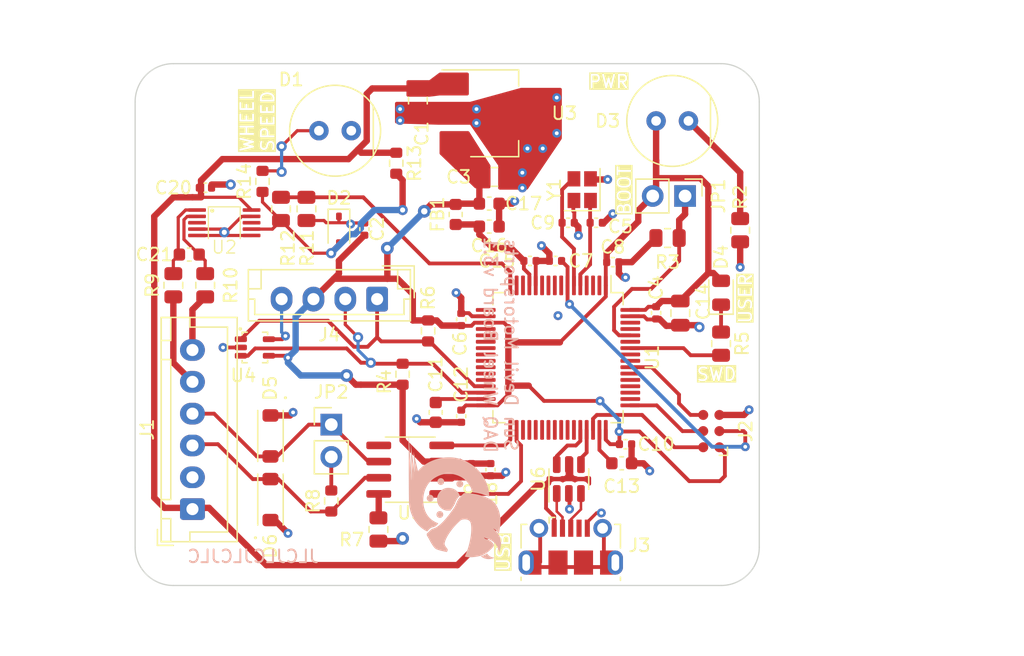
<source format=kicad_pcb>
(kicad_pcb (version 20240108) (generator "pcbnew") (generator_version "8.0")
  (title_block (title "SDM-25 Wheel Board") (date "2024-09-14") (rev "v1.1") (company "Sun Devil Motorsports") (comment 1 "Modified from SDM-24"))
  (layers (0 "F.Cu" signal) (1 "In1.Cu" power) (2 "In2.Cu" power) (31 "B.Cu" signal) (34 "B.Paste" user) (35 "F.Paste" user) (36 "B.SilkS" user "B.Silkscreen") (37 "F.SilkS" user "F.Silkscreen") (38 "B.Mask" user) (39 "F.Mask" user) (44 "Edge.Cuts" user))
  (net 0 "")
  (net 1 "+3.3V")
  (net 5 "/HSE_IN")
  (net 6 "/HSE_OUT")
  (net 7 "VCC")
  (net 8 "GND")
  (net 9 "/NRST")
  (net 10 "/SWO")
  (net 11 "Net-(JP2-B)")
  (net 12 "/USER_LED")
  (net 15 "+3.3VA")
  (net 24 "/HE_OUTPUT")
  (net 25 "/USB_D-")
  (net 26 "/USB_D+")
  (net 27 "/SWDIO")
  (net 31 "/SWCLK")
  (net 32 "/I2C2_SDA")
  (net 33 "/I2C2_SCL")
  (net 34 "/BOOT0")
  (net 35 "/CRX")
  (net 36 "/CTX")
  (net 37 "/CAN-")
  (net 38 "/CAN+")
  (net 42 "/PWR_LED")
  (net 43 "Net-(D4-K)")
  (net 46 "/CAN_Rs")
  (net 48 "/USB_J_D-")
  (net 49 "/USB_J_D+")
  (net 67 "/VCAP1")
  (net 68 "/VCAP2")
  (net 72 "unconnected-(J3-Shield-Pad6)_1")
  (net 77 "unconnected-(J3-Shield-Pad6)_6")
  (net 78 "Net-(U2-IN-)")
  (net 79 "Net-(U2-IN+)")
  (net 80 "Net-(D1-A)")
  (net 81 "/WSPD+")
  (net 82 "/WSPD-")
  (net 85 "/5V WSPD")
  (footprint "Capacitor_SMD:C_0402_1005Metric" (layer "F.Cu") (at 188.5 90.6)
    (property "Reference" "C8")
    (property "Value" "100nF")
  )
  (footprint "Connector:Tag-Connect_TC2030-IDC-NL_2x03_P1.27mm_Vertical" (layer "F.Cu") (at 196.235 103.87 90)
    (property "Reference" "J2")
    (property "Value" "Conn_ARM_SWD_TagConnect_TC2030")
  )
  (footprint "Package_TO_SOT_SMD:SOT-23-6" (layer "F.Cu") (at 185.05 107.6375 90)
    (property "Reference" "U6")
    (property "Value" "USBLC6-2SC6")
  )
  (footprint "Capacitor_SMD:C_0402_1005Metric" (layer "F.Cu") (at 176.6 102.7 -90)
    (property "Reference" "C12")
    (property "Value" "100nF")
  )
  (footprint "Diode_SMD:D_SOD-323" (layer "F.Cu") (at 167 88.05 -90)
    (property "Reference" "D2")
    (property "Value" "TVS")
  )
  (footprint "Resistor_SMD:R_0603_1608Metric" (layer "F.Cu") (at 171.5 82.825 -90)
    (property "Reference" "R13")
    (property "Value" "1k")
  )
  (footprint "Connector_JST:JST_XH_B6B-XH-A_1x06_P2.50mm_Vertical" (layer "F.Cu") (at 155.5 110 90)
    (property "Reference" "J1")
    (property "Value" "JST-XH")
  )
  (footprint "Capacitor_SMD:C_0402_1005Metric" (layer "F.Cu") (at 178.9 106.9 -90)
    (property "Reference" "C18")
    (property "Value" "100nF")
  )
  (footprint "Capacitor_SMD:C_0603_1608Metric" (layer "F.Cu") (at 174.6 102.4 -90)
    (property "Reference" "C11")
    (property "Value" "2.2uF")
  )
  (footprint "Resistor_SMD:R_0805_2012Metric" (layer "F.Cu") (at 162.45 86.4125 90)
    (property "Reference" "R12")
    (property "Value" "150")
  )
  (footprint "Package_QFP:LQFP-64_10x10mm_P0.5mm" (layer "F.Cu") (at 184.2 98.1 -90)
    (property "Reference" "U1")
    (property "Value" "STM32F405RGT6")
  )
  (footprint "Capacitor_SMD:C_0603_1608Metric" (layer "F.Cu") (at 189.2 106.4)
    (property "Reference" "C13")
    (property "Value" "2.2uF")
  )
  (footprint "Library:Dialight_561-XX0X-XXX" (layer "F.Cu") (at 193.17 79.5)
    (property "Reference" "D3")
    (property "Value" "RED")
  )
  (footprint "Package_TO_SOT_SMD:SOT-223-3_TabPin2" (layer "F.Cu") (at 179.2 78.9)
    (property "Reference" "U3")
    (property "Value" "MIC37100-3.3WS")
  )
  (footprint "Capacitor_SMD:C_0805_2012Metric" (layer "F.Cu") (at 179.2 83.9)
    (property "Reference" "C3")
    (property "Value" "10uF")
  )
  (footprint "Capacitor_SMD:C_0402_1005Metric" (layer "F.Cu") (at 191.9 94.58 -90)
    (property "Reference" "C4")
    (property "Value" "100nF")
  )
  (footprint "Capacitor_SMD:C_0402_1005Metric" (layer "F.Cu") (at 156.52 84.75)
    (property "Reference" "C20")
    (property "Value" "100nF")
  )
  (footprint "Capacitor_SMD:C_0402_1005Metric" (layer "F.Cu") (at 184 90.5 180)
    (property "Reference" "C7")
    (property "Value" "100nF")
  )
  (footprint "Capacitor_SMD:C_0603_1608Metric" (layer "F.Cu") (at 178.8 87.8)
    (property "Reference" "C16")
    (property "Value" "1uF")
  )
  (footprint "Capacitor_SMD:C_0402_1005Metric" (layer "F.Cu") (at 177.4 106.9 -90)
    (property "Reference" "C19")
    (property "Value" "100nF")
  )
  (footprint "Resistor_SMD:R_0603_1608Metric" (layer "F.Cu") (at 174 96 -90)
    (property "Reference" "R6")
    (property "Value" "2.7k")
  )
  (footprint "Capacitor_SMD:C_0805_2012Metric" (layer "F.Cu") (at 173.2 77.9 -90)
    (property "Reference" "C1")
    (property "Value" "10uF")
  )
  (footprint "Inductor_SMD:L_0603_1608Metric" (layer "F.Cu") (at 176.166 86.85 90)
    (property "Reference" "FB1")
    (property "Value" "120R")
  )
  (footprint "Resistor_SMD:R_0805_2012Metric" (layer "F.Cu") (at 154 92.4125 90)
    (property "Reference" "R9")
    (property "Value" "10k")
  )
  (footprint "Resistor_SMD:R_0805_2012Metric" (layer "F.Cu") (at 197 97 -90)
    (property "Reference" "R5")
    (property "Value" "220")
  )
  (footprint "Resistor_SMD:R_0603_1608Metric" (layer "F.Cu") (at 161 84.25 90)
    (property "Reference" "R14")
    (property "Value" "300")
  )
  (footprint "Library:Dialight_561-XX0X-XXX" (layer "F.Cu") (at 166.7 80.27)
    (property "Reference" "D1")
    (property "Value" "GREEN")
  )
  (footprint "LED_SMD:LED_0805_2012Metric" (layer "F.Cu") (at 197 93 90)
    (property "Reference" "D4")
    (property "Value" "GREEN")
  )
  (footprint "MountingHole:MountingHole_3.2mm_M3" (layer "F.Cu") (at 196 112)
    (property "Reference" "H2" (hide yes))
    (property "Value" "M3")
  )
  (footprint "Library:SOD-123FL" (layer "F.Cu") (at 161.625 104.25 -90)
    (property "Reference" "D5")
    (property "Value" "TVS")
  )
  (footprint "Connector_USB:USB_Micro-B_Molex-105017-0001" (layer "F.Cu") (at 185.2 112.9625)
    (property "Reference" "J3")
    (property "Value" "USB_B_Micro")
  )
  (footprint "Capacitor_SMD:C_0603_1608Metric" (layer "F.Cu") (at 155.25 90)
    (property "Reference" "C21")
    (property "Value" "1nF")
  )
  (footprint "Connector_JST:JST_EH_B4B-EH-A_1x04_P2.50mm_Vertical" (layer "F.Cu") (at 170 93.5 180)
    (property "Reference" "J4")
    (property "Value" "JST-XH")
  )
  (footprint "Resistor_SMD:R_0805_2012Metric" (layer "F.Cu") (at 164.45 86.4125 -90)
    (property "Reference" "R11")
    (property "Value" "300")
  )
  (footprint "Resistor_SMD:R_0603_1608Metric" (layer "F.Cu") (at 172 99.4 90)
    (property "Reference" "R4")
    (property "Value" "2.7k")
  )
  (footprint "Capacitor_SMD:C_0805_2012Metric" (layer "F.Cu") (at 193.8 94.6 -90)
    (property "Reference" "C14")
    (property "Value" "10uF")
  )
  (footprint "Library:SOD-123FL" (layer "F.Cu") (at 161.625 109.25 90)
    (property "Reference" "D6")
    (property "Value" "TVS")
  )
  (footprint "Resistor_SMD:R_0805_2012Metric" (layer "F.Cu") (at 198.5 88.0875 -90)
    (property "Reference" "R2")
    (property "Value" "220")
  )
  (footprint "Library:SC-70-5" (layer "F.Cu") (at 160.4 97.3)
    (property "Reference" "U4")
    (property "Value" "24LC01BT-E/LT")
  )
  (footprint "Connector_PinHeader_2.54mm:PinHeader_1x02_P2.54mm_Vertical" (layer "F.Cu") (at 194.175 85.4 -90)
    (property "Reference" "JP1")
    (property "Value" "BOOT")
  )
  (footprint "Resistor_SMD:R_0805_2012Metric" (layer "F.Cu") (at 170.1 111.6 -90)
    (property "Reference" "R7")
    (property "Value" "10k")
  )
  (footprint "Capacitor_SMD:C_0402_1005Metric" (layer "F.Cu") (at 189.5 104.9)
    (property "Reference" "C10")
    (property "Value" "100nF")
  )
  (footprint "Package_SO:MAX9924" (layer "F.Cu") (at 158 86.5)
    (property "Reference" "U2")
    (property "Value" "~")
  )
  (footprint "Capacitor_SMD:C_0402_1005Metric" (layer "F.Cu") (at 187.2 87.5)
    (property "Reference" "C5")
    (property "Value" "10pF")
  )
  (footprint "Capacitor_SMD:C_0402_1005Metric" (layer "F.Cu") (at 182 90.5)
    (property "Reference" "C15")
    (property "Value" "100nF")
  )
  (footprint "Resistor_SMD:R_0805_2012Metric" (layer "F.Cu") (at 192.8 88.7)
    (property "Reference" "R3")
    (property "Value" "10k")
  )
  (footprint "MountingHole:MountingHole_3.2mm_M3" (layer "F.Cu") (at 155 79)
    (property "Reference" "H1" (hide yes))
    (property "Value" "M3")
  )
  (footprint "Resistor_SMD:R_0603_1608Metric" (layer "F.Cu") (at 166.4 109.36 90)
    (property "Reference" "R8")
    (property "Value" "120")
  )
  (footprint "Package_SO:SOIC-8_3.9x4.9mm_P1.27mm" (layer "F.Cu") (at 172.6 106.9 180)
    (property "Reference" "U5")
    (property "Value" "SN65HVD230")
  )
  (footprint "Crystal:Crystal_SMD_2520-4Pin_2.5x2.0mm" (layer "F.Cu") (at 186.1 84.9 90)
    (property "Reference" "Y1")
    (property "Value" "12MHz")
  )
  (footprint "Capacitor_SMD:C_0402_1005Metric" (layer "F.Cu") (at 185 87.5)
    (property "Reference" "C9")
    (property "Value" "10pF")
  )
  (footprint "Resistor_SMD:R_0805_2012Metric" (layer "F.Cu") (at 156.5 92.4125 90)
    (property "Reference" "R10")
    (property "Value" "10k")
  )
  (footprint "Capacitor_SMD:C_0402_1005Metric" (layer "F.Cu") (at 176.6 95.1 90)
    (property "Reference" "C6")
    (property "Value" "100nF")
  )
  (footprint "Capacitor_SMD:C_0603_1608Metric" (layer "F.Cu") (at 178.8 86)
    (property "Reference" "C17")
    (property "Value" "1uF")
  )
  (footprint "Connector_PinHeader_2.54mm:PinHeader_1x02_P2.54mm_Vertical" (layer "F.Cu") (at 166.4 103.36)
    (property "Reference" "JP2")
    (property "Value" "Bus Termination")
  )
  (footprint "Capacitor_SMD:C_0402_1005Metric" (layer "F.Cu") (at 169 88 90)
    (property "Reference" "C2")
    (property "Value" "100nF")
  )
  (footprint "LOGO" (layer "B.Cu") (at 175.793558 109.327402 90)
    (property "Reference" "G***" (hide yes))
    (property "Value" "LOGO" (hide yes))
  )
  (gr_line (start 154 75) (end 197 75) (stroke (width 0.1)) (layer "Edge.Cuts"))
  (gr_arc (start 200 113) (mid 199.12132 115.12132) (end 197 116) (stroke (width 0.1)) (layer "Edge.Cuts"))
  (gr_arc (start 151 78) (mid 151.87868 75.87868) (end 154 75) (stroke (width 0.1)) (layer "Edge.Cuts"))
  (gr_arc (start 197 75) (mid 199.12132 75.87868) (end 200 78) (stroke (width 0.1)) (layer "Edge.Cuts"))
  (gr_line (start 200 78) (end 200 113) (stroke (width 0.1)) (layer "Edge.Cuts"))
  (gr_line (start 154 116) (end 197 116) (stroke (width 0.1)) (layer "Edge.Cuts"))
  (gr_arc (start 154 116) (mid 151.87868 115.12132) (end 151 113) (stroke (width 0.1)) (layer "Edge.Cuts"))
  (gr_line (start 151 78) (end 151 113) (stroke (width 0.1)) (layer "Edge.Cuts"))
  (gr_text "JLCJLCJLCJLC" (at 165.5 114.3 0) (layer "B.SilkS") (effects (font (size 1 1)) (justify left bottom mirror)))
  (gr_text "Sun Devil Motorsports\nDAQ Wheel Board v3.1" (at 178.3 97.1 270) (layer "B.SilkS") (effects (font (size 1 1)) (justify bottom mirror)))
  (gr_text "USB" (at 180.5 115 90) (layer "F.SilkS" knockout) (effects (font (size 1 1)) (justify left bottom)))
  (gr_text "BOOT" (at 190 87 90) (layer "F.SilkS" knockout) (effects (font (size 1 1)) (justify left bottom)))
  (gr_text "WHEEL\nSPEED" (at 162 82 90) (layer "F.SilkS" knockout) (effects (font (size 1 1)) (justify left bottom)))
  (gr_text "SWD" (at 195 100 0) (layer "F.SilkS" knockout) (effects (font (size 1 1)) (justify left bottom)))
  (gr_text "PWR" (at 186.5 77 0) (layer "F.SilkS" knockout) (effects (font (size 1 1)) (justify left bottom)))
  (gr_text "USER" (at 199.5 95.5 90) (layer "F.SilkS" knockout) (effects (font (size 1 1)) (justify left bottom)))
  (segment (start 172.8 95.175) (end 174.675 95.175) (width 0.5) (layer "F.Cu") (net 1))
  (segment (start 179.95 95.35) (end 180.3 95.7) (width 0.3) (layer "F.Cu") (net 1))
  (segment (start 176.62 95.6) (end 176.6 95.58) (width 0.3) (layer "F.Cu") (net 1))
  (segment (start 180.3 101) (end 180.3 100.9) (width 0.3) (layer "F.Cu") (net 1))
  (segment (start 188.02 89.88) (end 188.02 90.6) (width 0.5) (layer "F.Cu") (net 1))
  (segment (start 190.5 87.4) (end 188.02 89.88) (width 0.5) (layer "F.Cu") (net 1))
  (segment (start 194.5 107.8) (end 196.9 107.8) (width 0.3) (layer "F.Cu") (net 1))
  (segment (start 166.6 91.9) (end 170.8 91.9) (width 0.5) (layer "F.Cu") (net 1))
  (segment (start 187.95 92.425) (end 187.95 93.301041) (width 0.3) (layer "F.Cu") (net 1))
  (segment (start 169 88.48) (end 167 90.48) (width 0.5) (layer "F.Cu") (net 1))
  (segment (start 190.6 103.9) (end 194.5 107.8) (width 0.3) (layer "F.Cu") (net 1))
  (segment (start 178.525 95.35) (end 179.95 95.35) (width 0.3) (layer "F.Cu") (net 1))
  (segment (start 178.525 101.85) (end 179.45 101.85) (width 0.3) (layer "F.Cu") (net 1))
  (segment (start 175.08 95.58) (end 176.6 95.58) (width 0.5) (layer "F.Cu") (net 1))
  (segment (start 187.95 104.55) (end 188.3 104.9) (width 0.3) (layer "F.Cu") (net 1))
  (segment (start 193.8 93.65) (end 196 91.45) (width 0.5) (layer "F.Cu") (net 1))
  (segment (start 176.5 106.3) (end 175.11 106.3) (width 0.5) (layer "F.Cu") (net 1))
  (segment (start 197.3 105.57) (end 197.3 107.4) (width 0.3) (layer "F.Cu") (net 1))
  (segment (start 188.3 104.9) (end 189.02 104.9) (width 0.3) (layer "F.Cu") (net 1))
  (segment (start 172 104.6) (end 172 100.225) (width 0.5) (layer "F.Cu") (net 1))
  (segment (start 196.87 105.14) (end 197.3 105.57) (width 0.3) (layer "F.Cu") (net 1))
  (segment (start 174.675 95.175) (end 175.08 95.58) (width 0.5) (layer "F.Cu") (net 1))
  (segment (start 187.95 93.301041) (end 184.351041 96.9) (width 0.3) (layer "F.Cu") (net 1))
  (segment (start 191.9 82.6) (end 191.9 85.135) (width 0.5) (layer "F.Cu") (net 1))
  (segment (start 193.8 93.65) (end 192.35 93.65) (width 0.5) (layer "F.Cu") (net 1))
  (segment (start 175.075 106.265) (end 173.665 106.265) (width 0.5) (layer "F.Cu") (net 1))
  (segment (start 178.025 84.125) (end 178.25 83.9) (width 0.5) (layer "F.Cu") (net 1))
  (segment (start 171.6 91.9) (end 170.8 91.9) (width 0.5) (layer "F.Cu") (net 1))
  (segment (start 177.4 95.598959) (end 177.4 95.6) (width 0.3) (layer "F.Cu") (net 1))
  (segment (start 191.3 94.1) (end 191.9 94.1) (width 0.3) (layer "F.Cu") (net 1))
  (segment (start 175.11 106.3) (end 175.075 106.265) (width 0.5) (layer "F.Cu") (net 1))
  (segment (start 174.2375 86.0625) (end 173.7 86.6) (width 0.5) (layer "F.Cu") (net 1))
  (segment (start 197.3 107.4) (end 197.1 107.6) (width 0.3) (layer "F.Cu") (net 1))
  (segment (start 167 90.48) (end 167 91.5) (width 0.5) (layer "F.Cu") (net 1))
  (segment (start 167 91.5) (end 166.6 91.9) (width 0.5) (layer "F.Cu") (net 1))
  (segment (start 179.45 101.85) (end 180.3 101) (width 0.3) (layer "F.Cu") (net 1))
  (segment (start 189.875 94.35) (end 191.05 94.35) (width 0.3) (layer "F.Cu") (net 1))
  (segment (start 180.3 96.9) (end 180.3 95.7) (width 0.5) (layer "F.Cu") (net 1))
  (segment (start 177.4 106.42) (end 176.62 106.42) (width 0.5) (layer "F.Cu") (net 1))
  (segment (start 196.3875 91.45) (end 197 92.0625) (width 0.5) (layer "F.Cu") (net 1))
  (segment (start 168.725 100.225) (end 168.325 100.225) (width 0.5) (layer "F.Cu") (net 1))
  (segment (start 183.1 101.5) (end 181.9 100.3) (width 0.3) (layer "F.Cu") (net 1))
  (segment (start 177.4 95.6) (end 176.62 95.6) (width 0.3) (layer "F.Cu") (net 1))
  (segment (start 196 91.45) (end 196 84.625) (width 0.5) (layer "F.Cu") (net 1))
  (segment (start 172 100.225) (end 168.725 100.225) (width 0.5) (layer "F.Cu") (net 1))
  (segment (start 180.3 100.3) (end 180.3 98.7) (width 0.5) (layer "F.Cu") (net 1))
  (segment (start 181.9 100.3) (end 180.3 100.3) (width 0.5) (layer "F.Cu") (net 1))
  (segment (start 176.62 106.42) (end 176.5 106.3) (width 0.5) (layer "F.Cu") (net 1))
  (segment (start 170.8 89.5) (end 170.8 91.9) (width 0.5) (layer "F.Cu") (net 1))
  (segment (start 189 103.9) (end 190.6 103.9) (width 0.3) (layer "F.Cu") (net 1))
  (segment (start 190.5 86.535) (end 190.5 87.4) (width 0.5) (layer "F.Cu") (net 1))
  (segment (start 177.4 106.42) (end 178.9 106.42) (width 0.5) (layer "F.Cu") (net 1))
  (segment (start 178.025 86) (end 178.025 84.125) (width 0.5) (layer "F.Cu") (net 1))
  (segment (start 180.3 98.7) (end 180.3 96.9) (width 0.5) (layer "F.Cu") (net 1))
  (segment (start 191.9 82.6) (end 191.9 79.5) (width 0.5) (layer "F.Cu") (net 1))
  (segment (start 168.325 100.225) (end 167.6 99.5) (width 0.5) (layer "F.Cu") (net 1))
  (segment (start 177.648959 95.35) (end 177.4 95.598959) (width 0.3) (layer "F.Cu") (net 1))
  (segment (start 191.05 94.35) (end 191.3 94.1) (width 0.3) (layer "F.Cu") (net 1))
  (segment (start 178.525 95.35) (end 177.648959 95.35) (width 0.3) (layer "F.Cu") (net 1))
  (segment (start 189.02 103.92) (end 189 103.9) (width 0.3) (layer "F.Cu") (net 1))
  (segment (start 173.665 106.265) (end 172 104.6) (width 0.5) (layer "F.Cu") (net 1))
  (segment (start 196 91.45) (end 196.3875 91.45) (width 0.5) (layer "F.Cu") (net 1))
  (segment (start 187.5 101.5) (end 183.1 101.5) (width 0.3) (layer "F.Cu") (net 1))
  (segment (start 189.02 104.9) (end 189.02 103.92) (width 0.3) (layer "F.Cu") (net 1))
  (segment (start 178.525 101.85) (end 176.97 101.85) (width 0.3) (layer "F.Cu") (net 1))
  (segment (start 176.166 86.0625) (end 174.2375 86.0625) (width 0.5) (layer "F.Cu") (net 1))
  (segment (start 191.9 84) (end 191.9 82.6) (width 0.5) (layer "F.Cu") (net 1))
  (segment (start 192.35 93.65) (end 191.9 94.1) (width 0.5) (layer "F.Cu") (net 1))
  (segment (start 172.8 93.1) (end 171.6 91.9) (width 0.5) (layer "F.Cu") (net 1))
  (segment (start 162.85 97.95) (end 163 98.1) (width 0.3) (layer "F.Cu") (net 1))
  (segment (start 195.375 84) (end 191.9 84) (width 0.5) (layer "F.Cu") (net 1))
  (segment (start 176.2285 86) (end 176.166 86.0625) (width 0.5) (layer "F.Cu") (net 1))
  (segment (start 191.635 85.4) (end 190.5 86.535) (width 0.5) (layer "F.Cu") (net 1))
  (segment (start 184.351041 96.9) (end 180.3 96.9) (width 0.5) (layer "F.Cu") (net 1))
  (segment (start 187.95 103.775) (end 187.95 104.55) (width 0.3) (layer "F.Cu") (net 1))
  (segment (start 161.5 97.95) (end 162.85 97.95) (width 0.3) (layer "F.Cu") (net 1))
  (segment (start 165 93.5) (end 166.6 91.9) (width 0.5) (layer "F.Cu") (net 1))
  (segment (start 180.3 100.9) (end 180.3 100.3) (width 0.5) (layer "F.Cu") (net 1))
  (segment (start 196 84.625) (end 195.375 84) (width 0.5) (layer "F.Cu") (net 1))
  (segment (start 187.95 92.425) (end 187.95 90.67) (width 0.3) (layer "F.Cu") (net 1))
  (segment (start 178.025 86) (end 176.2285 86) (width 0.5) (layer "F.Cu") (net 1))
  (segment (start 196.9 107.8) (end 197.1 107.6) (width 0.3) (layer "F.Cu") (net 1))
  (segment (start 172.8 95.175) (end 172.8 93.1) (width 0.5) (layer "F.Cu") (net 1))
  (segment (start 187.95 90.67) (end 188.02 90.6) (width 0.3) (layer "F.Cu") (net 1))
  (segment (start 191.9 85.135) (end 191.635 85.4) (width 0.5) (layer "F.Cu") (net 1))
  (segment (start 176.97 101.85) (end 176.6 102.22) (width 0.3) (layer "F.Cu") (net 1))
  (via (at 170.8 89.5) (size 1) (drill 0.5) (layers "F.Cu" "B.Cu") (net 1))
  (via (at 167.6 99.5) (size 1) (drill 0.5) (layers "F.Cu" "B.Cu") (net 1))
  (via (at 173.7 86.6) (size 1) (drill 0.5) (layers "F.Cu" "B.Cu") (net 1))
  (via (at 163 98.1) (size 0.7) (drill 0.3) (layers "F.Cu" "B.Cu") (net 1))
  (via (at 187.5 101.5) (size 0.7) (drill 0.3) (layers "F.Cu" "B.Cu") (net 1))
  (via (at 189 103.9) (size 0.7) (drill 0.3) (layers "F.Cu" "B.Cu") (net 1))
  (segment (start 164 99.5) (end 163 98.5) (width 0.5) (layer "B.Cu") (net 1))
  (segment (start 189 103.9) (end 189 103) (width 0.3) (layer "B.Cu") (net 1))
  (segment (start 165 93.5) (end 163.6 94.9) (width 0.5) (layer "B.Cu") (net 1))
  (segment (start 163.6 97.5) (end 163.6 97.2) (width 0.5) (layer "B.Cu") (net 1))
  (segment (start 189 103) (end 187.5 101.5) (width 0.3) (layer "B.Cu") (net 1))
  (segment (start 163.6 97.5) (end 163 98.1) (width 0.5) (layer "B.Cu") (net 1))
  (segment (start 173.7 86.6) (end 170.8 89.5) (width 0.5) (layer "B.Cu") (net 1))
  (segment (start 163.6 94.9) (end 163.6 97.5) (width 0.5) (layer "B.Cu") (net 1))
  (segment (start 167.6 99.5) (end 164 99.5) (width 0.5) (layer "B.Cu") (net 1))
  (segment (start 163 98.5) (end 163 98.1) (width 0.5) (layer "B.Cu") (net 1))
  (segment (start 186.72 87.5) (end 186.72 85.855) (width 0.3) (layer "F.Cu") (net 5))
  (segment (start 185.95 91.548959) (end 186.72 90.778959) (width 0.3) (layer "F.Cu") (net 5))
  (segment (start 186.72 85.855) (end 186.8 85.775) (width 0.3) (layer "F.Cu") (net 5))
  (segment (start 185.95 92.425) (end 185.95 91.548959) (width 0.3) (layer "F.Cu") (net 5))
  (segment (start 186.72 90.778959) (end 186.72 87.5) (width 0.3) (layer "F.Cu") (net 5))
  (segment (start 184.52 88.62) (end 184.52 87.5) (width 0.3) (layer "F.Cu") (net 6))
  (segment (start 185.45 89.55) (end 184.52 88.62) (width 0.3) (layer "F.Cu") (net 6))
  (segment (start 184.52 84.905) (end 185.4 84.025) (width 0.3) (layer "F.Cu") (net 6))
  (segment (start 184.52 87.5) (end 184.52 84.905) (width 0.3) (layer "F.Cu") (net 6))
  (segment (start 185.45 92.425) (end 185.45 89.55) (width 0.3) (layer "F.Cu") (net 6))
  (segment (start 159.14 85.5) (end 155.5 85.5) (width 0.25) (layer "F.Cu") (net 7))
  (segment (start 176.3 114.4) (end 161.3 114.4) (width 0.5) (layer "F.Cu") (net 7))
  (segment (start 182.6 108.1) (end 176.3 114.4) (width 0.5) (layer "F.Cu") (net 7))
  (segment (start 160.14 86.5) (end 159.14 85.5) (width 0.25) (layer "F.Cu") (net 7))
  (segment (start 152.5 109.1) (end 152.5 87) (width 0.5) (layer "F.Cu") (net 7))
  (segment (start 183.9 110.576041) (end 183.259816 109.935857) (width 0.3) (layer "F.Cu") (net 7))
  (segment (start 169.182 81.068) (end 168.5 81.75) (width 0.5) (layer "F.Cu") (net 7))
  (segment (start 172.463575 76.95) (end 173.2 76.95) (width 0.25) (layer "F.Cu") (net 7))
  (segment (start 183.259816 108.1) (end 182.6 108.1) (width 0.5) (layer "F.Cu") (net 7))
  (segment (start 169.182 77.382) (end 169.614 76.95) (width 0.5) (layer "F.Cu") (net 7))
  (segment (start 167.75 82.5) (end 157.851734 82.5) (width 0.5) (layer "F.Cu") (net 7))
  (segment (start 169.614 76.95) (end 173.2 76.95) (width 0.5) (layer "F.Cu") (net 7))
  (segment (start 156.175 84.176734) (end 156.175 85.5) (width 0.5) (layer "F.Cu") (net 7))
  (segment (start 183.259816 108.1) (end 183.429908 107.929908) (width 0.5) (layer "F.Cu") (net 7))
  (segment (start 153.3 109.9) (end 152.5 109.1) (width 0.5) (layer "F.Cu") (net 7))
  (segment (start 154 85.5) (end 155.5 85.5) (width 0.5) (layer "F.Cu") (net 7))
  (segment (start 168.5 81.75) (end 168.75 82) (width 0.5) (layer "F.Cu") (net 7))
  (segment (start 152.5 87) (end 154 85.5) (width 0.5) (layer "F.Cu") (net 7))
  (segment (start 183.9 111.5) (end 183.9 110.576041) (width 0.3) (layer "F.Cu") (net 7))
  (segment (start 156.175 85.5) (end 155.5 85.5) (width 0.5) (layer "F.Cu") (net 7))
  (segment (start 183.259816 109.935857) (end 183.259816 108.1) (width 0.3) (layer "F.Cu") (net 7))
  (segment (start 169.182 77.382) (end 169.182 81.068) (width 0.5) (layer "F.Cu") (net 7))
  (segment (start 168.75 82) (end 171.5 82) (width 0.5) (layer "F.Cu") (net 7))
  (segment (start 161.3 114.4) (end 156.8 109.9) (width 0.5) (layer "F.Cu") (net 7))
  (segment (start 168.5 81.75) (end 167.75 82.5) (width 0.5) (layer "F.Cu") (net 7))
  (segment (start 157.851734 82.5) (end 156.175 84.176734) (width 0.5) (layer "F.Cu") (net 7))
  (segment (start 156.8 109.9) (end 153.3 109.9) (width 0.5) (layer "F.Cu") (net 7))
  (segment (start 182.45 92.425) (end 182.45 90.53) (width 0.3) (layer "F.Cu") (net 8))
  (segment (start 176.595 103.175) (end 176.6 103.18) (width 0.5) (layer "F.Cu") (net 8))
  (segment (start 185.48 86.68) (end 185.4 86.6) (width 0.3) (layer "F.Cu") (net 8))
  (segment (start 186.5 111.025) (end 187.225 110.3) (width 0.25) (layer "F.Cu") (net 8))
  (segment (start 158 88.25) (end 158.129446 88.25) (width 0.25) (layer "F.Cu") (net 8))
  (segment (start 177.1 107.5) (end 175.11 107.5) (width 0.5) (layer "F.Cu") (net 8))
  (segment (start 155.86 88) (end 157.75 88) (width 0.25) (layer "F.Cu") (net 8))
  (segment (start 192.16 95.06) (end 192.7 95.6) (width 0.5) (layer "F.Cu") (net 8))
  (segment (start 178.9 107.38) (end 179.82 107.38) (width 0.5) (layer "F.Cu") (net 8))
  (segment (start 193.8 95.55) (end 195.15 95.55) (width 0.5) (layer "F.Cu") (net 8))
  (segment (start 177.45 94.85) (end 177.2 94.6) (width 0.3) (layer "F.Cu") (net 8))
  (segment (start 179.82 107.38) (end 180.1 107.1) (width 0.5) (layer "F.Cu") (net 8))
  (segment (start 157.75 88.5) (end 158 88.25) (width 0.25) (layer "F.Cu") (net 8))
  (segment (start 161.96 110.86) (end 163 111.9) (width 0.5) (layer "F.Cu") (net 8))
  (segment (start 174.6 103.175) (end 176.595 103.175) (width 0.5) (layer "F.Cu") (net 8))
  (segment (start 193.75 95.6) (end 193.8 95.55) (width 0.5) (layer "F.Cu") (net 8))
  (segment (start 159.3 97.3) (end 157.9 97.3) (width 0.3) (layer "F.Cu") (net 8))
  (segment (start 161.5 96.65) (end 162.55 96.65) (width 0.3) (layer "F.Cu") (net 8))
  (segment (start 191.4 106.9) (end 191.4 107) (width 0.5) (layer "F.Cu") (net 8))
  (segment (start 189.9875 90.6) (end 191.8875 88.7) (width 0.5) (layer "F.Cu") (net 8))
  (segment (start 185.48 87.5) (end 185.48 86.68) (width 0.3) (layer "F.Cu") (net 8))
  (segment (start 189.3 91.8) (end 189.5 91.8) (width 0.5) (layer "F.Cu") (net 8))
  (segment (start 161.625 102.64) (end 163.16 102.64) (width 0.5) (layer "F.Cu") (net 8))
  (segment (start 195.15 95.55) (end 195.3 95.7) (width 0.5) (layer "F.Cu") (net 8))
  (segment (start 159.379446 87) (end 160.14 87) (width 0.25) (layer "F.Cu") (net 8))
  (segment (start 158 88.25) (end 158.25 88.5) (width 0.25) (layer "F.Cu") (net 8))
  (segment (start 190.95 94.85) (end 191.2 95.1) (width 0.3) (layer "F.Cu") (net 8))
  (segment (start 158.129446 88.25) (end 159.379446 87) (width 0.25) (layer "F.Cu") (net 8))
  (segment (start 198.5 89.3875) (end 198.5 91) (width 0.5) (layer "F.Cu") (net 8))
  (segment (start 178.9 107.38) (end 177.4 107.38) (width 0.5) (layer "F.Cu") (net 8))
  (segment (start 155.86 88.5) (end 157.75 88.5) (width 0.25) (layer "F.Cu") (net 8))
  (segment (start 177.4 107.38) (end 177.22 107.38) (width 0.5) (layer "F.Cu") (net 8))
  (segment (start 186.5 111.5) (end 186.5 111.025) (width 0.25) (layer "F.Cu") (net 8))
  (segment (start 175.11 107.5) (end 175.075 107.535) (width 0.5) (layer "F.Cu") (net 8))
  (segment (start 176.62 94.6) (end 176.6 94.62) (width 0.3) (layer "F.Cu") (net 8))
  (segment (start 171.7875 112.5125) (end 172 112.3) (width 0.5) (layer "F.Cu") (net 8))
  (segment (start 182.48 90.5) (end 183.52 90.5) (width 0.5) (layer "F.Cu") (net 8))
  (segment (start 192.7 95.6) (end 193.75 95.6) (width 0.5) (layer "F.Cu") (net 8))
  (segment (start 185.8 87.82) (end 185.48 87.5) (width 0.5) (layer "F.Cu") (net 8))
  (segment (start 157.75 88) (end 158 88.25) (width 0.25) (layer "F.Cu") (net 8))
  (segment (start 176.6 93.4) (end 176.2 93) (width 0.5) (layer "F.Cu") (net 8))
  (segment (start 187.225 110.3) (end 187.6 110.3) (width 0.25) (layer "F.Cu") (net 8))
  (segment (start 188.98 91.48) (end 189.3 91.8) (width 0.5) (layer "F.Cu") (net 8))
  (segment (start 164.45 87.325) (end 165.825 87.325) (width 0.25) (layer "F.Cu") (net 8))
  (segment (start 190.9 106.4) (end 191.4 106.9) (width 0.5) (layer "F.Cu") (net 8))
  (segment (start 198.8 102.6) (end 199.2 102.2) (width 0.5) (layer "F.Cu") (net 8))
  (segment (start 174.6 103.175) (end 173.375 103.175) (width 0.5) (layer "F.Cu") (net 8))
  (segment (start 167 87.5) (end 167.82 87.5) (width 0.25) (layer "F.Cu") (net 8))
  (segment (start 179.575 86) (end 180.6 86) (width 0.5) (layer "F.Cu") (net 8))
  (segment (start 170.1 112.5125) (end 171.7875 112.5125) (width 0.5) (layer "F.Cu") (net 8))
  (segment (start 177.22 107.38) (end 177.1 107.5) (width 0.5) (layer "F.Cu") (net 8))
  (segment (start 185.4 86.6) (end 185.4 85.775) (width 0.3) (layer "F.Cu") (net 8))
  (segment (start 187.8 87.5) (end 188.5 86.8) (width 0.5) (layer "F.Cu") (net 8))
  (segment (start 167 87.5) (end 167 87) (width 0.25) (layer "F.Cu") (net 8))
  (segment (start 189.975 104.905) (end 189.98 104.9) (width 0.5) (layer "F.Cu") (net 8))
  (segment (start 178.525 94.85) (end 177.45 94.85) (width 0.3) (layer "F.Cu") (net 8))
  (segment (start 189.975 106.4) (end 189.975 104.905) (width 0.5) (layer "F.Cu") (net 8))
  (segment (start 173.375 103.175) (end 173.1 102.9) (width 0.5) (layer "F.Cu") (net 8))
  (segment (start 176.6 93.7) (end 176.6 93.4) (width 0.5) (layer "F.Cu") (net 8))
  (segment (start 165.825 87.325) (end 166 87.5) (width 0.25) (layer "F.Cu") (net 8))
  (segment (start 158.25 88.5) (end 160.14 88.5) (width 0.25) (layer "F.Cu") (net 8))
  (segment (start 163.16 102.64) (end 163.4 102.4) (width 0.5) (layer "F.Cu") (net 8))
  (segment (start 185.8 88.5) (end 185.8 87.82) (width 0.5) (layer "F.Cu") (net 8))
  (segment (start 183.52 89.92) (end 182.9 89.3) (width 0.5) (layer "F.Cu") (net 8))
  (segment (start 180.6 86) (end 180.8 85.8) (width 0.5) (layer "F.Cu") (net 8))
  (segment (start 188.98 90.6) (end 188.98 91.48) (width 0.5) (layer "F.Cu") (net 8))
  (segment (start 177.2 94.6) (end 176.62 94.6) (width 0.3) (layer "F.Cu") (net 8))
  (segment (start 169.12 87.52) (end 168 87.52) (width 0.25) (layer "F.Cu") (net 8))
  (segment (start 183.52 90.5) (end 183.52 89.92) (width 0.5) (layer "F.Cu") (net 8))
  (segment (start 182.45 90.53) (end 182.48 90.5) (width 0.3) (layer "F.Cu") (net 8))
  (segment (start 179.575 86) (end 179.575 87.8) (width 0.5) (layer "F.Cu") (net 8))
  (segment (start 187.68 87.5) (end 187.8 87.5) (width 0.5) (layer "F.Cu") (net 8))
  (segment (start 186.8 84.1) (end 186.75 84.05) (width 0.5) (layer "F.Cu") (net 8))
  (segment (start 188.98 90.6) (end 189.9875 90.6) (width 0.5) (layer "F.Cu") (net 8))
  (segment (start 166 87.5) (end 167 87.5) (width 0.25) (layer "F.Cu") (net 8))
  (segment (start 188.1 84.1) (end 186.8 84.1) (width 0.5) (layer "F.Cu") (net 8))
  (segment (start 191.9 95.06) (end 192.16 95.06) (width 0.5) (layer "F.Cu") (net 8))
  (segment (start 176.6 94.62) (end 176.6 93.7) (width 0.5) (layer "F.Cu") (net 8))
  (segment (start 161.625 110.86) (end 161.96 110.86) (width 0.5) (layer "F.Cu") (net 8))
  (segment (start 189.975 106.4) (end 190.9 106.4) (width 0.5) (layer "F.Cu") (net 8))
  (segment (start 191.2 95.1) (end 191.86 95.1) (width 0.3) (layer "F.Cu") (net 8))
  (segment (start 167.82 87.5) (end 167.92 87.6) (width 0.25) (layer "F.Cu") (net 8))
  (segment (start 157 84.5) (end 158.5 84.5) (width 0.5) (layer "F.Cu") (net 8))
  (segment (start 162.55 96.65) (end 162.8 96.4) (width 0.3) (layer "F.Cu") (net 8))
  (segment (start 196.87 102.6) (end 198.8 102.6) (width 0.5) (layer "F.Cu") (net 8))
  (segment (start 185.1 110) (end 185.1 109.2) (width 0.3) (layer "F.Cu") (net 8))
  (segment (start 189.875 94.85) (end 190.95 94.85) (width 0.3) (layer "F.Cu") (net 8))
  (via (at 199.2 102.2) (size 0.7) (drill 0.3) (layers "F.Cu" "B.Cu") (net 8))
  (via (at 187.6 110.3) (size 0.7) (drill 0.3) (layers "F.Cu" "B.Cu") (net 8))
  (via (at 158.5 84.5) (size 0.8) (drill 0.4) (layers "F.Cu" "B.Cu") (net 8))
  (via (at 177.8 79.66817) (size 0.7) (drill 0.3) (layers "F.Cu" "B.Cu") (net 8))
  (via (at 172 112.3) (size 1) (drill 0.5) (layers "F.Cu" "B.Cu") (net 8))
  (via (at 173.1 102.9) (size 0.7) (drill 0.3) (layers "F.Cu" "B.Cu") (net 8))
  (via (at 182.9 89.3) (size 0.7) (drill 0.3) (layers "F.Cu" "B.Cu") (net 8))
  (via (at 181.8 81.66817) (size 0.7) (drill 0.3) (layers "F.Cu" "B.Cu") (net 8))
  (via (at 158 88.25) (size 0.8) (drill 0.4) (layers "F.Cu" "B.Cu") (net 8))
  (via (at 184.1 77.66817) (size 0.7) (drill 0.3) (layers "F.Cu" "B.Cu") (net 8))
  (via (at 163 111.9) (size 0.7) (drill 0.3) (layers "F.Cu" "B.Cu") (net 8))
  (via (at 184.2 94.8) (size 0.7) (drill 0.3) (layers "F.Cu" "B.Cu") (net 8))
  (via (at 195.3 95.7) (size 0.8) (drill 0.4) (layers "F.Cu" "B.Cu") (net 8))
  (via (at 162.8 96.4) (size 0.7) (drill 0.3) (layers "F.Cu" "B.Cu") (net 8))
  (via (at 167.92 87.6) (size 0.7) (drill 0.3) (layers "F.Cu" "B.Cu") (net 8))
  (via (at 189.5 91.8) (size 0.7) (drill 0.3) (layers "F.Cu" "B.Cu") (net 8))
  (via (at 180.8 85.8) (size 0.7) (drill 0.3) (layers "F.Cu" "B.Cu") (net 8))
  (via (at 180.1 107.1) (size 0.7) (drill 0.3) (layers "F.Cu" "B.Cu") (net 8))
  (via (at 176.2 93) (size 0.7) (drill 0.3) (layers "F.Cu" "B.Cu") (net 8))
  (via (at 157.9 97.3) (size 0.7) (drill 0.3) (layers "F.Cu" "B.Cu") (net 8))
  (via (at 181.4 83.56817) (size 0.7) (drill 0.3) (layers "F.Cu" "B.Cu") (net 8))
  (via (at 188.5 86.8) (size 0.7) (drill 0.3) (layers "F.Cu" "B.Cu") (net 8))
  (via (at 171.8 78.56817) (size 0.7) (drill 0.3) (layers "F.Cu" "B.Cu") (net 8))
  (via (at 163.4 102.4) (size 0.7) (drill 0.3) (layers "F.Cu" "B.Cu") (net 8))
  (via (at 184.1 80.46817) (size 0.7) (drill 0.3) (layers "F.Cu" "B.Cu") (net 8))
  (via (at 198.5 91) (size 0.7) (drill 0.3) (layers "F.Cu" "B.Cu") (net 8))
  (via (at 183 81.66817) (size 0.7) (drill 0.3) (layers "F.Cu" "B.Cu") (net 8))
  (via (at 191.4 107) (size 0.7) (drill 0.3) (layers "F.Cu" "B.Cu") (net 8))
  (via (at 171.8 79.46817) (size 0.7) (drill 0.3) (layers "F.Cu" "B.Cu") (net 8))
  (via (at 185.8 88.5) (size 0.7) (drill 0.3) (layers "F.Cu" "B.Cu") (net 8))
  (via (at 181.4 84.76817) (size 0.7) (drill 0.3) (layers "F.Cu" "B.Cu") (net 8))
  (via (at 188.1 84.1) (size 0.7) (drill 0.3) (layers "F.Cu" "B.Cu") (net 8))
  (via (at 177.8 78.56817) (size 0.7) (drill 0.3) (layers "F.Cu" "B.Cu") (net 8))
  (via (at 185.1 110) (size 0.7) (drill 0.3) (layers "F.Cu" "B.Cu") (net 8))
  (segment (start 162.5 96.1) (end 162.8 96.4) (width 0.25) (layer "B.Cu") (net 8))
  (segment (start 162.5 93.5) (end 162.5 96.1) (width 0.25) (layer "B.Cu") (net 8))
  (segment (start 198.9 105.1) (end 198.9 104) (width 0.3) (layer "F.Cu") (net 9))
  (segment (start 184.95 93.75) (end 185.1 93.9) (width 0.3) (layer "F.Cu") (net 9))
  (segment (start 198.77 103.87) (end 196.87 103.87) (width 0.3) (layer "F.Cu") (net 9))
  (segment (start 184.95 90.97) (end 184.48 90.5) (width 0.3) (layer "F.Cu") (net 9))
  (segment (start 198.9 104) (end 198.77 103.87) (width 0.3) (layer "F.Cu") (net 9))
  (segment (start 184.95 92.425) (end 184.95 93.75) (width 0.3) (layer "F.Cu") (net 9))
  (segment (start 184.95 92.425) (end 184.95 90.97) (width 0.3) (layer "F.Cu") (net 9))
  (via (at 185.1 93.9) (size 0.7) (drill 0.3) (layers "F.Cu" "B.Cu") (net 9))
  (via (at 198.9 105.1) (size 0.7) (drill 0.3) (layers "F.Cu" "B.Cu") (net 9))
  (segment (start 185.1 93.9) (end 196.3 105.1) (width 0.3) (layer "B.Cu") (net 9))
  (segment (start 196.3 105.1) (end 198.9 105.1) (width 0.3) (layer "B.Cu") (net 9))
  (segment (start 194.6 102.6) (end 195.6 102.6) (width 0.3) (layer "F.Cu") (net 10))
  (segment (start 193.7 101) (end 193.7 101.7) (width 0.3) (layer "F.Cu") (net 10))
  (segment (start 191.55 98.85) (end 193.7 101) (width 0.3) (layer "F.Cu") (net 10))
  (segment (start 193.7 101.7) (end 194.6 102.6) (width 0.3) (layer "F.Cu") (net 10))
  (segment (start 189.875 98.85) (end 191.55 98.85) (width 0.3) (layer "F.Cu") (net 10))
  (segment (start 166.4 105.9) (end 166.4 108.535) (width 0.3) (layer "F.Cu") (net 11))
  (segment (start 194.6125 97.9125) (end 197 97.9125) (width 0.3) (layer "F.Cu") (net 12))
  (segment (start 189.875 97.35) (end 194.05 97.35) (width 0.3) (layer "F.Cu") (net 12))
  (segment (start 194.05 97.35) (end 194.6125 97.9125) (width 0.3) (layer "F.Cu") (net 12))
  (segment (start 181.95 91.548959) (end 181.52 91.118959) (width 0.3) (layer "F.Cu") (net 15))
  (segment (start 181.95 92.425) (end 181.95 91.548959) (width 0.3) (layer "F.Cu") (net 15))
  (segment (start 179.1 89.5) (end 180.52 89.5) (width 0.5) (layer "F.Cu") (net 15))
  (segment (start 181.52 91.118959) (end 181.52 90.5) (width 0.3) (layer "F.Cu") (net 15))
  (segment (start 180.52 89.5) (end 181.52 90.5) (width 0.5) (layer "F.Cu") (net 15))
  (segment (start 177.8625 87.6375) (end 178.025 87.8) (width 0.5) (layer "F.Cu") (net 15))
  (segment (start 178.025 88.425) (end 179.1 89.5) (width 0.5) (layer "F.Cu") (net 15))
  (segment (start 176.166 87.6375) (end 177.8625 87.6375) (width 0.5) (layer "F.Cu") (net 15))
  (segment (start 178.025 87.8) (end 178.025 88.425) (width 0.5) (layer "F.Cu") (net 15))
  (segment (start 179.8 90.7) (end 180.45 91.35) (width 0.3) (layer "F.Cu") (net 24))
  (segment (start 168.95375 85.54625) (end 168.9075 85.5) (width 0.3) (layer "F.Cu") (net 24))
  (segment (start 174.1075 90.7) (end 179.8 90.7) (width 0.3) (layer "F.Cu") (net 24))
  (segment (start 168.9075 85.5) (end 164.45 85.5) (width 0.3) (layer "F.Cu") (net 24))
  (segment (start 164.45 85.5) (end 164.5 85.45) (width 0.3) (layer "F.Cu") (net 24))
  (segment (start 164.45 85.5) (end 162.45 85.5) (width 0.3) (layer "F.Cu") (net 24))
  (segment (start 180.45 91.35) (end 180.45 92.425) (width 0.3) (layer "F.Cu") (net 24))
  (segment (start 168.95375 85.54625) (end 174.1075 90.7) (width 0.3) (layer "F.Cu") (net 24))
  (segment (start 184.1 105.837501) (end 184.937501 105) (width 0.3) (layer "F.Cu") (net 25))
  (segment (start 185.601041 105) (end 185.95 104.651041) (width 0.3) (layer "F.Cu") (net 25))
  (segment (start 185.95 104.651041) (end 185.95 103.775) (width 0.3) (layer "F.Cu") (net 25))
  (segment (start 184.1 106.5) (end 184.1 105.837501) (width 0.2) (layer "F.Cu") (net 25))
  (segment (start 184.937501 105) (end 185.601041 105) (width 0.3) (layer "F.Cu") (net 25))
  (segment (start 184.15 106.925) (end 184.15 106.451041) (width 0.3) (layer "F.Cu") (net 25))
  (segment (start 186.05 105.95) (end 186.45 105.55) (width 0.3) (layer "F.Cu") (net 26))
  (segment (start 186.45 105.55) (end 186.45 103.775) (width 0.3) (layer "F.Cu") (net 26))
  (segment (start 186.05 106.925) (end 186.05 105.95) (width 0.3) (layer "F.Cu") (net 26))
  (segment (start 193.34 105.14) (end 195.6 105.14) (width 0.3) (layer "F.Cu") (net 27))
  (segment (start 190.8 102.6) (end 193.34 105.14) (width 0.3) (layer "F.Cu") (net 27))
  (segment (start 186.95 102.898959) (end 187.248959 102.6) (width 0.3) (layer "F.Cu") (net 27))
  (segment (start 187.248959 102.6) (end 190.8 102.6) (width 0.3) (layer "F.Cu") (net 27))
  (segment (start 186.95 103.775) (end 186.95 102.898959) (width 0.3) (layer "F.Cu") (net 27))
  (segment (start 189.875 101.85) (end 191.95 101.85) (width 0.3) (layer "F.Cu") (net 31))
  (segment (start 191.95 101.85) (end 193.97 103.87) (width 0.3) (layer "F.Cu") (net 31))
  (segment (start 193.97 103.87) (end 195.6 103.87) (width 0.3) (layer "F.Cu") (net 31))
  (segment (start 178.525 100.85) (end 176.65 100.85) (width 0.3) (layer "F.Cu") (net 32))
  (segment (start 168.732233 98.5) (end 169.5 98.5) (width 0.3) (layer "F.Cu") (net 32))
  (segment (start 160.425 97.375) (end 167.607233 97.375) (width 0.3) (layer "F.Cu") (net 32))
  (segment (start 167.5 95.5) (end 167.5 93.5) (width 0.25) (layer "F.Cu") (net 32))
  (segment (start 172 98.575) (end 169.575 98.575) (width 0.3) (layer "F.Cu") (net 32))
  (segment (start 176.65 100.85) (end 174.375 98.575) (width 0.3) (layer "F.Cu") (net 32))
  (segment (start 167.607233 97.375) (end 168.732233 98.5) (width 0.3) (layer "F.Cu") (net 32))
  (segment (start 160.425 97.375) (end 159.85 97.95) (width 0.3) (layer "F.Cu") (net 32))
  (segment (start 168.5 96.5) (end 167.5 95.5) (width 0.25) (layer "F.Cu") (net 32))
  (segment (start 174.375 98.575) (end 172 98.575) (width 0.3) (layer "F.Cu") (net 32))
  (segment (start 159.85 97.95) (end 159.3 97.95) (width 0.3) (layer "F.Cu") (net 32))
  (segment (start 169.575 98.575) (end 169.5 98.5) (width 0.3) (layer "F.Cu") (net 32))
  (via (at 169.5 98.5) (size 0.8) (drill 0.4) (layers "F.Cu" "B.Cu") (net 32))
  (via (at 168.5 96.5) (size 0.8) (drill 0.4) (layers "F.Cu" "B.Cu") (net 32))
  (segment (start 169.5 98.5) (end 168.5 97.5) (width 0.25) (layer "B.Cu") (net 32))
  (segment (start 168.5 97.5) (end 168.5 96.5) (width 0.25) (layer "B.Cu") (net 32))
  (segment (start 160.75 95.2) (end 159.3 96.65) (width 0.3) (layer "F.Cu") (net 33))
  (segment (start 169.25 97.25) (end 170 96.5) (width 0.3) (layer "F.Cu") (net 33))
  (segment (start 166.139339 95.2) (end 168.189339 97.25) (width 0.3) (layer "F.Cu") (net 33))
  (segment (start 178.525 100.35) (end 177.648959 100.35) (width 0.3) (layer "F.Cu") (net 33))
  (segment (start 177.648959 100.35) (end 174.123959 96.825) (width 0.3) (layer "F.Cu") (net 33))
  (segment (start 160.75 95.2) (end 166.139339 95.2) (width 0.3) (layer "F.Cu") (net 33))
  (segment (start 170.325 96.825) (end 174 96.825) (width 0.3) (layer "F.Cu") (net 33))
  (segment (start 170 96.5) (end 170.325 96.825) (width 0.3) (layer "F.Cu") (net 33))
  (segment (start 168.189339 97.25) (end 169.25 97.25) (width 0.3) (layer "F.Cu") (net 33))
  (segment (start 170 96.5) (end 170 93.5) (width 0.3) (layer "F.Cu") (net 33))
  (segment (start 193.7125 87.2875) (end 193.7125 88.7) (width 0.5) (layer "F.Cu") (net 34))
  (segment (start 193.7125 90.4875) (end 193.7125 88.7) (width 0.3) (layer "F.Cu") (net 34))
  (segment (start 194.175 86.825) (end 193.7125 87.2875) (width 0.5) (layer "F.Cu") (net 34))
  (segment (start 188.6 94.1) (end 190 92.7) (width 0.3) (layer "F.Cu") (net 34))
  (segment (start 190 92.7) (end 191.5 92.7) (width 0.3) (layer "F.Cu") (net 34))
  (segment (start 188.6 95.951041) (end 188.6 94.1) (width 0.3) (layer "F.Cu") (net 34))
  (segment (start 189.875 96.35) (end 188.998959 96.35) (width 0.3) (layer "F.Cu") (net 34))
  (segment (start 194.175 85.4) (end 194.175 86.825) (width 0.5) (layer "F.Cu") (net 34))
  (segment (start 191.5 92.7) (end 193.7125 90.4875) (width 0.3) (layer "F.Cu") (net 34))
  (segment (start 188.998959 96.35) (end 188.6 95.951041) (width 0.3) (layer "F.Cu") (net 34))
  (segment (start 180.005 104.995) (end 180.45 104.55) (width 0.3) (layer "F.Cu") (net 35))
  (segment (start 175.075 104.995) (end 180.005 104.995) (width 0.3) (layer "F.Cu") (net 35))
  (segment (start 180.45 104.55) (end 180.45 103.775) (width 0.3) (layer "F.Cu") (net 35))
  (segment (start 180.95 103.775) (end 180.95 104.651041) (width 0.3) (layer "F.Cu") (net 36))
  (segment (start 181.3 105.001041) (end 181.3 107.8) (width 0.3) (layer "F.Cu") (net 36))
  (segment (start 181.3 107.8) (end 180.295 108.805) (width 0.3) (layer "F.Cu") (net 36))
  (segment (start 180.95 104.651041) (end 181.3 105.001041) (width 0.3) (layer "F.Cu") (net 36))
  (segment (start 180.295 108.805) (end 175.075 108.805) (width 0.3) (layer "F.Cu") (net 36))
  (segment (start 170.125 106.265) (end 169.305 106.265) (width 0.3) (layer "F.Cu") (net 37))
  (segment (start 169.305 106.265) (end 166.4 103.36) (width 0.3) (layer "F.Cu") (net 37))
  (segment (start 161.625 105.86) (end 160.56 105.86) (width 0.3) (layer "F.Cu") (net 37))
  (segment (start 157.2 102.5) (end 155.5 102.5) (width 0.3) (layer "F.Cu") (net 37))
  (segment (start 161.625 105.86) (end 162.14 105.86) (width 0.3) (layer "F.Cu") (net 37))
  (segment (start 160.56 105.86) (end 157.2 102.5) (width 0.3) (layer "F.Cu") (net 37))
  (segment (start 164.64 103.36) (end 166.4 103.36) (width 0.3) (layer "F.Cu") (net 37))
  (segment (start 162.14 105.86) (end 164.64 103.36) (width 0.3) (layer "F.Cu") (net 37))
  (segment (start 162.24 107.64) (end 164.785 110.185) (width 0.3) (layer "F.Cu") (net 38))
  (segment (start 164.785 110.185) (end 166.4 110.185) (width 0.3) (layer "F.Cu") (net 38))
  (segment (start 157.5 104.9) (end 155.6 104.9) (width 0.3) (layer "F.Cu") (net 38))
  (segment (start 161.625 107.64) (end 162.24 107.64) (width 0.3) (layer "F.Cu") (net 38))
  (segment (start 161.625 107.64) (end 160.24 107.64) (width 0.3) (layer "F.Cu") (net 38))
  (segment (start 155.6 104.9) (end 155.5 105) (width 0.3) (layer "F.Cu") (net 38))
  (segment (start 160.24 107.64) (end 157.5 104.9) (width 0.3) (layer "F.Cu") (net 38))
  (segment (start 170.125 107.535) (end 169.05 107.535) (width 0.3) (layer "F.Cu") (net 38))
  (segment (start 169.05 107.535) (end 166.4 110.185) (width 0.3) (layer "F.Cu") (net 38))
  (segment (start 198.5 83.56) (end 198.5 87.175) (width 0.5) (layer "F.Cu") (net 42))
  (segment (start 194.44 79.5) (end 198.5 83.56) (width 0.5) (layer "F.Cu") (net 42))
  (segment (start 197 93.9375) (end 197 96.0875) (width 0.3) (layer "F.Cu") (net 43))
  (segment (start 170.125 108.805) (end 170.125 110.6625) (width 0.5) (layer "F.Cu") (net 46))
  (segment (start 170.125 110.6625) (end 170.1 110.6875) (width 0.5) (layer "F.Cu") (net 46))
  (segment (start 184.55 111.5) (end 184.55 110.625) (width 0.2) (layer "F.Cu") (net 48))
  (segment (start 184.1 110.175) (end 184.1 108.775) (width 0.2) (layer "F.Cu") (net 48))
  (segment (start 184.55 110.625) (end 184.1 110.175) (width 0.2) (layer "F.Cu") (net 48))
  (segment (start 186 109.25) (end 186.05 109.2) (width 0.3) (layer "F.Cu") (net 49))
  (segment (start 185.2 110.819239) (end 186 110.019239) (width 0.2) (layer "F.Cu") (net 49))
  (segment (start 185.2 111.5) (end 185.2 110.819239) (width 0.2) (layer "F.Cu") (net 49))
  (segment (start 186 110.019239) (end 186 108.775) (width 0.2) (layer "F.Cu") (net 49))
  (segment (start 174.875 101.35) (end 174.6 101.625) (width 0.3) (layer "F.Cu") (net 67))
  (segment (start 178.525 101.35) (end 174.875 101.35) (width 0.3) (layer "F.Cu") (net 67))
  (segment (start 188.425 106.4) (end 188.425 106.325) (width 0.3) (layer "F.Cu") (net 68))
  (segment (start 187.45 105.35) (end 187.45 103.775) (width 0.3) (layer "F.Cu") (net 68))
  (segment (start 188.425 106.325) (end 187.45 105.35) (width 0.3) (layer "F.Cu") (net 68))
  (segment (start 188.2 114.55) (end 186.3 114.55) (width 0.3) (layer "F.Cu") (net 72))
  (segment (start 182.8 114.15) (end 182.4 114.55) (width 0.3) (layer "F.Cu") (net 72))
  (segment (start 182.8 111.85) (end 182.8 114.15) (width 0.3) (layer "F.Cu") (net 72))
  (segment (start 186.3 114.55) (end 184.3 114.55) (width 0.3) (layer "F.Cu") (net 72))
  (segment (start 184.3 114.55) (end 182.4 114.55) (width 0.3) (layer "F.Cu") (net 72))
  (segment (start 187.8 111.85) (end 187.8 113.55) (width 0.3) (layer "F.Cu") (net 77))
  (segment (start 187.8 113.55) (end 188.8 114.55) (width 0.3) (layer "F.Cu") (net 77))
  (segment (start 156.5 90.475) (end 156.025 90) (width 0.25) (layer "F.Cu") (net 78))
  (segment (start 154.835 87.264446) (end 155.099446 87) (width 0.25) (layer "F.Cu") (net 78))
  (segment (start 155.099446 87) (end 155.86 87) (width 0.25) (layer "F.Cu") (net 78))
  (segment (start 154.835 88.81) (end 154.835 87.264446) (width 0.25) (layer "F.Cu") (net 78))
  (segment (start 156.5 91.5) (end 156.5 90.475) (width 0.25) (layer "F.Cu") (net 78))
  (segment (start 156.025 90) (end 154.835 88.81) (width 0.25) (layer "F.Cu") (net 78))
  (segment (start 154.385 87.07805) (end 154.385 89.91) (width 0.25) (layer "F.Cu") (net 79))
  (segment (start 154 90.475) (end 154.475 90) (width 0.25) (layer "F.Cu") (net 79))
  (segment (start 154.385 89.91) (end 154.475 90) (width 0.25) (layer "F.Cu") (net 79))
  (segment (start 154 91.5) (end 154 90.475) (width 0.25) (layer "F.Cu") (net 79))
  (segment (start 154.96305 86.5) (end 154.385 87.07805) (width 0.25) (layer "F.Cu") (net 79))
  (segment (start 155.86 86.5) (end 154.96305 86.5) (width 0.25) (layer "F.Cu") (net 79))
  (segment (start 163.73 80.27) (end 165.43 80.27) (width 0.25) (layer "F.Cu") (net 80))
  (segment (start 162.425 83.425) (end 162.5 83.5) (width 0.25) (layer "F.Cu") (net 80))
  (segment (start 162.5 81.5) (end 163.73 80.27) (width 0.25) (layer "F.Cu") (net 80))
  (segment (start 161 83.425) (end 162.425 83.425) (width 0.25) (layer "F.Cu") (net 80))
  (via (at 162.5 83.5) (size 0.8) (drill 0.4) (layers "F.Cu" "B.Cu") (net 80))
  (via (at 162.5 81.5) (size 0.8) (drill 0.4) (layers "F.Cu" "B.Cu") (net 80))
  (segment (start 162.5 83.5) (end 162.5 81.5) (width 0.25) (layer "B.Cu") (net 80))
  (segment (start 154 98.5) (end 154 93.325) (width 0.5) (layer "F.Cu") (net 81))
  (segment (start 155.5 100) (end 154 98.5) (width 0.5) (layer "F.Cu") (net 81))
  (segment (start 155.5 97.5) (end 155.5 94.325) (width 0.5) (layer "F.Cu") (net 82))
  (segment (start 155.5 97.5) (end 155.6 97.5) (width 0.5) (layer "F.Cu") (net 82))
  (segment (start 155.5 94.325) (end 156.5 93.325) (width 0.5) (layer "F.Cu") (net 82))
  (segment (start 166.38682 89.891347) (end 166.38682 89.71318) (width 0.25) (layer "F.Cu") (net 85))
  (segment (start 172 84.15) (end 171.5 83.65) (width 0.5) (layer "F.Cu") (net 85))
  (segment (start 166.38682 89.891347) (end 165.016347 89.891347) (width 0.25) (layer "F.Cu") (net 85))
  (segment (start 165.016347 89.891347) (end 162.45 87.325) (width 0.25) (layer "F.Cu") (net 85))
  (segment (start 160.14 88) (end 161.775 88) (width 0.25) (layer "F.Cu") (net 85))
  (segment (start 161.775 88) (end 162.45 87.325) (width 0.25) (layer "F.Cu") (net 85))
  (segment (start 172 86.5) (end 172 84.15) (width 0.5) (layer "F.Cu") (net 85))
  (segment (start 166.38682 89.71318) (end 167 89.1) (width 0.25) (layer "F.Cu") (net 85))
  (segment (start 162.45 87.325) (end 161 85.875) (width 0.25) (layer "F.Cu") (net 85))
  (segment (start 161 85.875) (end 161 85.075) (width 0.25) (layer "F.Cu") (net 85))
  (via (at 172 86.5) (size 0.8) (drill 0.4) (layers "F.Cu" "B.Cu") (net 85))
  (via (at 166.38682 89.891347) (size 0.8) (drill 0.4) (layers "F.Cu" "B.Cu") (net 85))
  (segment (start 168.72 87.931371) (end 168.251371 88.4) (width 0.5) (layer "B.Cu") (net 85))
  (segment (start 168.72 87.558167) (end 169.778167 86.5) (width 0.5) (layer "B.Cu") (net 85))
  (segment (start 168.251371 88.4) (end 167.878167 88.4) (width 0.5) (layer "B.Cu") (net 85))
  (segment (start 168.72 87.558167) (end 168.72 87.931371) (width 0.5) (layer "B.Cu") (net 85))
  (segment (start 166.38682 89.891347) (end 167.878167 88.4) (width 0.5) (layer "B.Cu") (net 85))
  (segment (start 169.778167 86.5) (end 172 86.5) (width 0.5) (layer "B.Cu") (net 85))
  (zone (net 8) (net_name "GND") (layer "F.Cu") (priority 1) (connect_pads yes (clearance 0.3)) (min_thickness 0.25) (fill yes (thermal_gap 0.5) (thermal_bridge_width 0.5))
    (polygon (pts (xy 171.4 78) (xy 171.4 79.7) (xy 174.8 79.8) (xy 177.3 79.8) (xy 179.5 83) (xy 179.5 84.9) (xy 181.8 84.9) (xy 184.5 80.9) (xy 184.5 76.9) (xy 181.3 76.9) (xy 177.3 78)))
  )
  (zone (net 7) (net_name "VCC") (layer "F.Cu") (priority 2) (connect_pads yes (clearance 0.3)) (min_thickness 0.25) (fill yes (thermal_gap 0.5) (thermal_bridge_width 0.5))
    (polygon (pts (xy 172.3 77.6) (xy 172.3 76.3) (xy 174.1 76.3) (xy 174.9 75.7) (xy 177.2 75.7) (xy 177.2 77.5) (xy 174.9 77.5) (xy 174.1 77.6)))
  )
  (zone (net 7) (net_name "VCC") (layer "F.Cu") (priority 4) (connect_pads yes (clearance 0.3)) (min_thickness 0.25) (fill yes (thermal_gap 0.5) (thermal_bridge_width 0.5))
    (polygon (pts (xy 184.8 105.9) (xy 184.8 107.3) (xy 184.7 107.4) (xy 183.4 107.4) (xy 183.3 107.5) (xy 183.3 108.1) (xy 183.4 108.2) (xy 186.7 108.2) (xy 186.8 108.1) (xy 186.8 107.5) (xy 186.7 107.4) (xy 185.5 107.4) (xy 185.4 107.3) (xy 185.4 105.9)))
  )
  (zone (net 1) (net_name "+3.3V") (layer "F.Cu") (priority 3) (connect_pads yes (clearance 0.3)) (min_thickness 0.25) (fill yes (thermal_gap 0.5) (thermal_bridge_width 0.5))
    (polygon (pts (xy 174.9 80.3) (xy 174.9 82.1) (xy 177.7 84.8) (xy 178.9 84.8) (xy 178.9 83) (xy 177.2 80.3)))
  )
)
</source>
